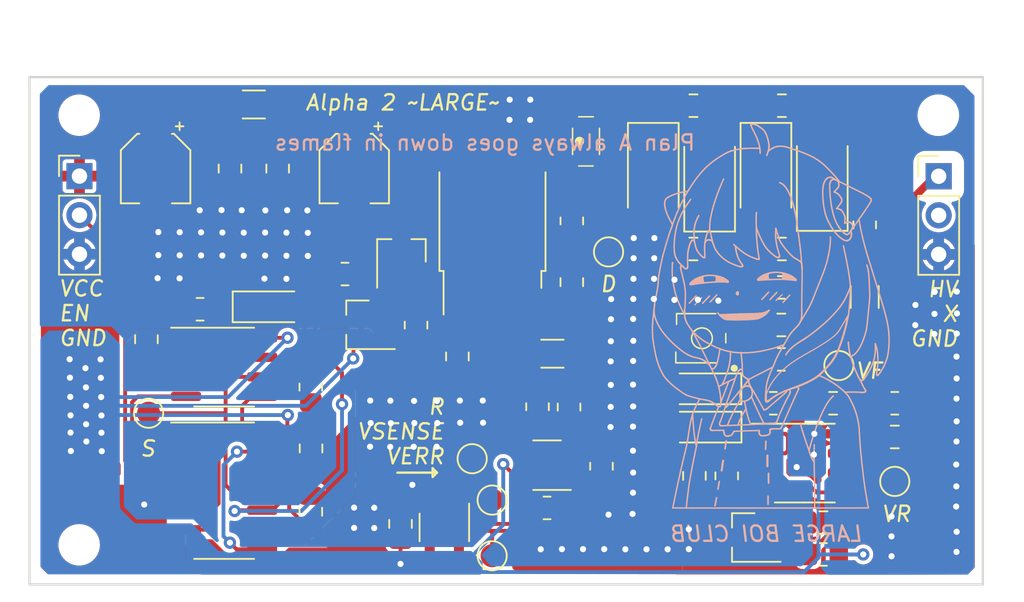
<source format=kicad_pcb>
(kicad_pcb (version 20221018) (generator pcbnew)

  (general
    (thickness 1.6)
  )

  (paper "A4")
  (layers
    (0 "F.Cu" signal)
    (31 "B.Cu" signal)
    (32 "B.Adhes" user "B.Adhesive")
    (33 "F.Adhes" user "F.Adhesive")
    (34 "B.Paste" user)
    (35 "F.Paste" user)
    (36 "B.SilkS" user "B.Silkscreen")
    (37 "F.SilkS" user "F.Silkscreen")
    (38 "B.Mask" user)
    (39 "F.Mask" user)
    (40 "Dwgs.User" user "User.Drawings")
    (41 "Cmts.User" user "User.Comments")
    (42 "Eco1.User" user "User.Eco1")
    (43 "Eco2.User" user "User.Eco2")
    (44 "Edge.Cuts" user)
    (45 "Margin" user)
    (46 "B.CrtYd" user "B.Courtyard")
    (47 "F.CrtYd" user "F.Courtyard")
    (48 "B.Fab" user)
    (49 "F.Fab" user)
    (50 "User.1" user)
    (51 "User.2" user)
    (52 "User.3" user)
    (53 "User.4" user)
    (54 "User.5" user)
    (55 "User.6" user)
    (56 "User.7" user)
    (57 "User.8" user)
    (58 "User.9" user)
  )

  (setup
    (pad_to_mask_clearance 0)
    (pcbplotparams
      (layerselection 0x00010fc_ffffffff)
      (plot_on_all_layers_selection 0x0000000_00000000)
      (disableapertmacros false)
      (usegerberextensions false)
      (usegerberattributes true)
      (usegerberadvancedattributes true)
      (creategerberjobfile true)
      (dashed_line_dash_ratio 12.000000)
      (dashed_line_gap_ratio 3.000000)
      (svgprecision 4)
      (plotframeref false)
      (viasonmask false)
      (mode 1)
      (useauxorigin false)
      (hpglpennumber 1)
      (hpglpenspeed 20)
      (hpglpendiameter 15.000000)
      (dxfpolygonmode true)
      (dxfimperialunits true)
      (dxfusepcbnewfont true)
      (psnegative false)
      (psa4output false)
      (plotreference true)
      (plotvalue true)
      (plotinvisibletext false)
      (sketchpadsonfab false)
      (subtractmaskfromsilk false)
      (outputformat 1)
      (mirror false)
      (drillshape 1)
      (scaleselection 1)
      (outputdirectory "")
    )
  )

  (net 0 "")
  (net 1 "VCC")
  (net 2 "GND")
  (net 3 "/VPR")
  (net 4 "Net-(C5-Pad1)")
  (net 5 "/RFEED_H")
  (net 6 "/VTR_SEC")
  (net 7 "Net-(D1-K)")
  (net 8 "Net-(D2-K)")
  (net 9 "Net-(D3-K)")
  (net 10 "Net-(C9-Pad1)")
  (net 11 "Net-(D4-K)")
  (net 12 "/GATE")
  (net 13 "VPP")
  (net 14 "/VREF")
  (net 15 "Net-(U5-CV)")
  (net 16 "Net-(U6A-+)")
  (net 17 "/VFEED")
  (net 18 "Net-(D5-K)")
  (net 19 "Net-(C19-Pad1)")
  (net 20 "Net-(D6-K)")
  (net 21 "/VERR")
  (net 22 "Net-(D6-A)")
  (net 23 "Net-(D7-K)")
  (net 24 "/ENABLE")
  (net 25 "unconnected-(J2-Pin_2-Pad2)")
  (net 26 "Net-(Q2-B)")
  (net 27 "Net-(Q2-E)")
  (net 28 "/MOS_D")
  (net 29 "Net-(U1-+)")
  (net 30 "Net-(U1--)")
  (net 31 "/VSENSE")
  (net 32 "/SR_Q")
  (net 33 "/SR_R")
  (net 34 "/SR_S")
  (net 35 "Net-(U3-Pad1)")
  (net 36 "/EN_LINE")
  (net 37 "/SR_NQ")

  (footprint "Capacitor_SMD:C_1206_3216Metric_Pad1.33x1.80mm_HandSolder" (layer "F.Cu") (at 190.64 66.22 -90))

  (footprint "Package_TO_SOT_SMD:SOT-23-5_HandSoldering" (layer "F.Cu") (at 169.98 77.16 180))

  (footprint "Resistor_SMD:R_0805_2012Metric_Pad1.20x1.40mm_HandSolder" (layer "F.Cu") (at 156.84 64.73))

  (footprint "lcsc_misc:VG039NCHXTB222" (layer "F.Cu") (at 178.455 68.954861 90))

  (footprint "TestPoint:TestPoint_Pad_D1.5mm" (layer "F.Cu") (at 165.11 76.74 180))

  (footprint "Capacitor_SMD:C_0805_2012Metric_Pad1.18x1.45mm_HandSolder" (layer "F.Cu") (at 143.925 68.97 90))

  (footprint "Diode_SMD:D_SOD-123" (layer "F.Cu") (at 180.255 72.195 180))

  (footprint "Diode_SMD:D_SMA" (layer "F.Cu") (at 184.216666 58.41 -90))

  (footprint "Capacitor_SMD:C_0805_2012Metric_Pad1.18x1.45mm_HandSolder" (layer "F.Cu") (at 164.15 70.09 -90))

  (footprint "Connector_PinHeader_2.54mm:PinHeader_1x03_P2.54mm_Vertical" (layer "F.Cu") (at 139.57 58.36))

  (footprint "Capacitor_SMD:C_0805_2012Metric_Pad1.18x1.45mm_HandSolder" (layer "F.Cu") (at 185.254166 63.1))

  (footprint "TestPoint:TestPoint_Pad_D1.5mm" (layer "F.Cu") (at 192.595 78.215))

  (footprint "Diode_SMD:D_SMA" (layer "F.Cu") (at 176.89 58.41 -90))

  (footprint "Resistor_SMD:R_1206_3216Metric_Pad1.30x1.75mm_HandSolder" (layer "F.Cu") (at 170.33 69.91))

  (footprint "Capacitor_SMD:C_0805_2012Metric_Pad1.18x1.45mm_HandSolder" (layer "F.Cu") (at 154.63 76.07 -90))

  (footprint "Resistor_SMD:R_0805_2012Metric_Pad1.20x1.40mm_HandSolder" (layer "F.Cu") (at 171.41 73.38 -90))

  (footprint "Package_SO:SOIC-8_3.9x4.9mm_P1.27mm" (layer "F.Cu") (at 148.975 70.78))

  (footprint "Resistor_SMD:R_0805_2012Metric_Pad1.20x1.40mm_HandSolder" (layer "F.Cu") (at 190.64 61.53 -90))

  (footprint "Diode_SMD:D_SOD-123" (layer "F.Cu") (at 180.265 74.685 180))

  (footprint "Resistor_SMD:R_0805_2012Metric_Pad1.20x1.40mm_HandSolder" (layer "F.Cu") (at 185.216666 65.6))

  (footprint "Capacitor_SMD:CP_Elec_4x5.4" (layer "F.Cu") (at 157.44 57.87 -90))

  (footprint "Resistor_SMD:R_0805_2012Metric_Pad1.20x1.40mm_HandSolder" (layer "F.Cu") (at 173.52 77.23 90))

  (footprint "lcsc_misc:ATB322524-0110-T000" (layer "F.Cu") (at 172.49 56.1 -90))

  (footprint "Resistor_SMD:R_0805_2012Metric_Pad1.20x1.40mm_HandSolder" (layer "F.Cu") (at 154.615 72.08 90))

  (footprint "Resistor_SMD:R_0805_2012Metric_Pad1.20x1.40mm_HandSolder" (layer "F.Cu") (at 169.98 79.94 180))

  (footprint "Capacitor_SMD:C_0805_2012Metric_Pad1.18x1.45mm_HandSolder" (layer "F.Cu") (at 192.595 75.325 180))

  (footprint "Resistor_SMD:R_0805_2012Metric_Pad1.20x1.40mm_HandSolder" (layer "F.Cu") (at 192.595 73.135 180))

  (footprint "Diode_SMD:D_SMA" (layer "F.Cu") (at 180.553333 58.455 90))

  (footprint "TestPoint:TestPoint_Pad_D1.5mm" (layer "F.Cu") (at 188.96 70.68))

  (footprint "Package_TO_SOT_SMD:SOT-23_Handsoldering" (layer "F.Cu") (at 182.77 81.865 180))

  (footprint "Resistor_SMD:R_0805_2012Metric_Pad1.20x1.40mm_HandSolder" (layer "F.Cu") (at 187.955 82.965 180))

  (footprint "TestPoint:TestPoint_Pad_D1.5mm" (layer "F.Cu") (at 166.41 79.43 180))

  (footprint "TestPoint:TestPoint_Pad_D1.5mm" (layer "F.Cu") (at 144.065 73.78))

  (footprint "MountingHole:MountingHole_2.2mm_M2_DIN965" (layer "F.Cu") (at 139.55 54.4))

  (footprint "MountingHole:MountingHole_2.2mm_M2_DIN965" (layer "F.Cu") (at 139.55 82.34))

  (footprint "Resistor_SMD:R_0805_2012Metric_Pad1.20x1.40mm_HandSolder" (layer "F.Cu") (at 169.36 73.36 -90))

  (footprint "Resistor_SMD:R_0805_2012Metric_Pad1.20x1.40mm_HandSolder" (layer "F.Cu") (at 181.665 77.855 90))

  (footprint "Package_TO_SOT_SMD:SOT-23-5_HandSoldering" (layer "F.Cu") (at 163.3 81.21 -90))

  (footprint "TestPoint:TestPoint_Pad_D1.5mm" (layer "F.Cu") (at 166.41 83.05 180))

  (footprint "Capacitor_SMD:C_0805_2012Metric_Pad1.18x1.45mm_HandSolder" (layer "F.Cu") (at 160.45 80.98 90))

  (footprint "Capacitor_SMD:C_0805_2012Metric_Pad1.18x1.45mm_HandSolder" (layer "F.Cu") (at 187.955 80.895 180))

  (footprint "Capacitor_SMD:C_0805_2012Metric_Pad1.18x1.45mm_HandSolder" (layer "F.Cu") (at 154.615 80.19 90))

  (footprint "Resistor_SMD:R_0805_2012Metric_Pad1.20x1.40mm_HandSolder" (layer "F.Cu") (at 147.415 67.02 180))

  (footprint "MountingHole:MountingHole_2.2mm_M2_DIN965" (layer "F.Cu") (at 195.43 54.4))

  (footprint "Capacitor_SMD:C_0805_2012Metric_Pad1.18x1.45mm_HandSolder" (layer "F.Cu") (at 179.5 53.78))

  (footprint "Capacitor_SMD:CP_Elec_4x5.4" (layer "F.Cu") (at 144.52 57.87 -90))

  (footprint "Capacitor_SMD:C_0805_2012Metric_Pad1.18x1.45mm_HandSolder" (layer "F.Cu") (at 152.46 57.87 -90))

  (footprint "TestPoint:TestPoint_Pad_D1.5mm" (layer "F.Cu") (at 173.98 63.29))

  (footprint "Resistor_SMD:R_0805_2012Metric_Pad1.20x1.40mm_HandSolder" (layer "F.Cu") (at 161.46 68.0525 -90))

  (footprint "Connector_PinHeader_2.54mm:PinHeader_1x03_P2.54mm_Vertical" (layer "F.Cu") (at 195.45 58.37))

  (footprint "Capacitor_SMD:C_0805_2012Metric_Pad1.18x1.45mm_HandSolder" (layer "F.Cu") (at 149.36 57.87 -90))

  (footprint "Package_TO_SOT_SMD:TO-252-3_TabPin2" (layer "F.Cu") (at 166.43 61.22 90))

  (footprint "Package_SO:SOIC-14_3.9x8.7mm_P1.27mm" (layer "F.Cu") (at 148.975 78.82))

  (footprint "Resistor_SMD:R_1206_3216Metric_Pad1.30x1.75mm_HandSolder" (layer "F.Cu") (at 150.91 53.7))

  (footprint "Package_TO_SOT_SMD:SOT-23_Handsoldering" (layer "F.Cu") (at 157.68 68.03 180))

  (footprint "Capacitor_SMD:C_0805_2012Metric_Pad1.18x1.45mm_HandSolder" (layer "F.Cu") (at 171.59 65.2575 -90))

  (footprint "Capacitor_SMD:C_0805_2012Metric_Pad1.18x1.45mm_HandSolder" (layer "F.Cu")
    (tstamp cd3d8bcb-0408-421a-9fe0-386a7f820c08)
    (at 188.585 73.135 180)
    (descr "Capacitor SMD 0805 (2012 Metric), square (rectangular) end terminal, IPC_7351 nominal with elongated pad for handsoldering. (Body size source: IPC-SM-782 page 76, https://www.pcb-3d.com/wordpress/wp-content/uploads/ipc-sm-782a_amendment_1_and_2.pdf, https://docs.google.com/spreadsheets/d/
... [2857550 chars truncated]
</source>
